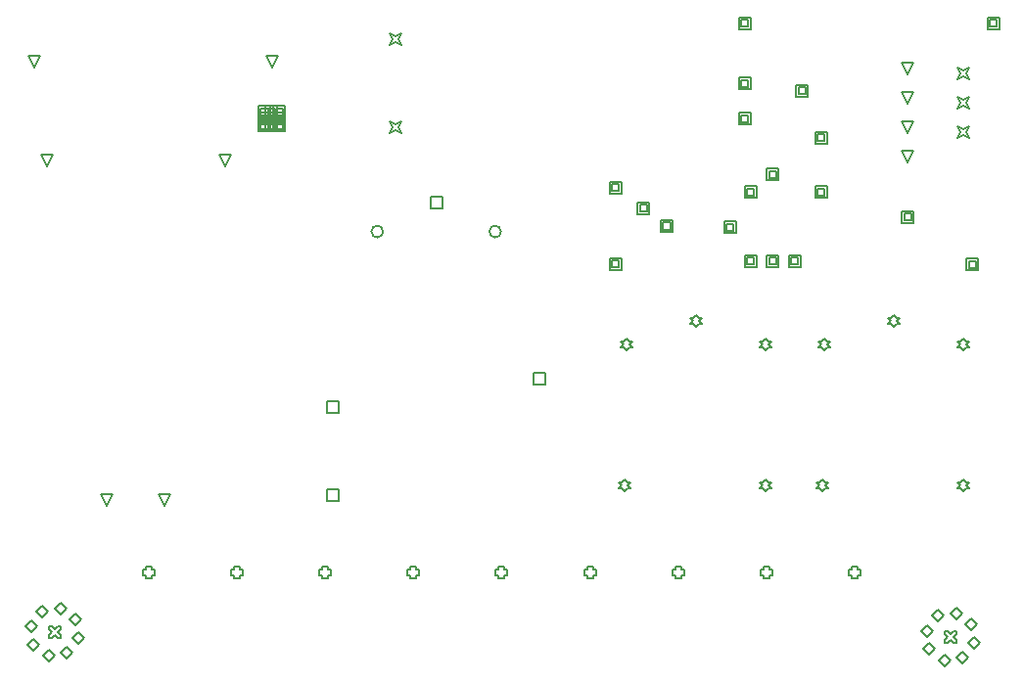
<source format=gbr>
G04*
G04 #@! TF.GenerationSoftware,Altium Limited,Altium Designer,25.0.2 (28)*
G04*
G04 Layer_Color=2752767*
%FSTAX25Y25*%
%MOIN*%
G70*
G04*
G04 #@! TF.SameCoordinates,1D9F657F-D979-4B8D-A71A-BEDC461EC683*
G04*
G04*
G04 #@! TF.FilePolarity,Positive*
G04*
G01*
G75*
%ADD11C,0.00500*%
%ADD78C,0.00667*%
D11*
X0133059Y0233492D02*
X0134059Y0235492D01*
X0133059Y0237492D01*
X0135059Y0236492D01*
X0137059Y0237492D01*
X0136059Y0235492D01*
X0137059Y0233492D01*
X0135059Y0234492D01*
X0133059Y0233492D01*
Y0203571D02*
X0134059Y0205571D01*
X0133059Y0207571D01*
X0135059Y0206571D01*
X0137059Y0207571D01*
X0136059Y0205571D01*
X0137059Y0203571D01*
X0135059Y0204571D01*
X0133059Y0203571D01*
X0050059Y0053031D02*
Y0052031D01*
X0052059D01*
Y0053031D01*
X0053059D01*
Y0055032D01*
X0052059D01*
Y0056032D01*
X0050059D01*
Y0055032D01*
X0049059D01*
Y0053031D01*
X0050059D01*
X0080059D02*
Y0052031D01*
X0082059D01*
Y0053031D01*
X0083059D01*
Y0055032D01*
X0082059D01*
Y0056032D01*
X0080059D01*
Y0055032D01*
X0079059D01*
Y0053031D01*
X0080059D01*
X0110059D02*
Y0052031D01*
X0112059D01*
Y0053031D01*
X0113059D01*
Y0055032D01*
X0112059D01*
Y0056032D01*
X0110059D01*
Y0055032D01*
X0109059D01*
Y0053031D01*
X0110059D01*
X0140059D02*
Y0052031D01*
X0142059D01*
Y0053031D01*
X0143059D01*
Y0055032D01*
X0142059D01*
Y0056032D01*
X0140059D01*
Y0055032D01*
X0139059D01*
Y0053031D01*
X0140059D01*
X0170059D02*
Y0052031D01*
X0172059D01*
Y0053031D01*
X0173059D01*
Y0055032D01*
X0172059D01*
Y0056032D01*
X0170059D01*
Y0055032D01*
X0169059D01*
Y0053031D01*
X0170059D01*
X0200559D02*
Y0052031D01*
X0202559D01*
Y0053031D01*
X0203559D01*
Y0055032D01*
X0202559D01*
Y0056032D01*
X0200559D01*
Y0055032D01*
X0199559D01*
Y0053031D01*
X0200559D01*
X0230559D02*
Y0052031D01*
X0232559D01*
Y0053031D01*
X0233559D01*
Y0055032D01*
X0232559D01*
Y0056032D01*
X0230559D01*
Y0055032D01*
X0229559D01*
Y0053031D01*
X0230559D01*
X0260559D02*
Y0052031D01*
X0262559D01*
Y0053031D01*
X0263559D01*
Y0055032D01*
X0262559D01*
Y0056032D01*
X0260559D01*
Y0055032D01*
X0259559D01*
Y0053031D01*
X0260559D01*
X0290559D02*
Y0052031D01*
X0292559D01*
Y0053031D01*
X0293559D01*
Y0055032D01*
X0292559D01*
Y0056032D01*
X0290559D01*
Y0055032D01*
X0289559D01*
Y0053031D01*
X0290559D01*
X0036874Y0076531D02*
X0034874Y0080532D01*
X0038874D01*
X0036874Y0076531D01*
X0056559D02*
X0054559Y0080532D01*
X0058559D01*
X0056559Y0076531D01*
X0016402Y019228D02*
X0014402Y019628D01*
X0018402D01*
X0016402Y019228D01*
X0077031D02*
X0075032Y019628D01*
X0079031D01*
X0077031Y019228D01*
X011198Y0078268D02*
Y0082268D01*
X011598D01*
Y0078268D01*
X011198D01*
X0182059Y0118032D02*
Y0122031D01*
X0186059D01*
Y0118032D01*
X0182059D01*
X011198Y0108189D02*
Y0112189D01*
X011598D01*
Y0108189D01*
X011198D01*
X014702Y0177874D02*
Y0181874D01*
X015102D01*
Y0177874D01*
X014702D01*
X0309559Y0193532D02*
X0307559Y0197531D01*
X0311559D01*
X0309559Y0193532D01*
Y0203532D02*
X0307559Y0207531D01*
X0311559D01*
X0309559Y0203532D01*
Y0223532D02*
X0307559Y0227532D01*
X0311559D01*
X0309559Y0223532D01*
Y0213531D02*
X0307559Y0217531D01*
X0311559D01*
X0309559Y0213531D01*
X0012008Y0226031D02*
X0010008Y0230031D01*
X0014008D01*
X0012008Y0226031D01*
X009311D02*
X009111Y0230031D01*
X009511D01*
X009311Y0226031D01*
X0237437Y0137437D02*
X0238437Y0138437D01*
X0239437D01*
X0238437Y0139437D01*
X0239437Y0140437D01*
X0238437D01*
X0237437Y0141437D01*
X0236437Y0140437D01*
X0235437D01*
X0236437Y0139437D01*
X0235437Y0138437D01*
X0236437D01*
X0237437Y0137437D01*
X0261059Y0081532D02*
X0262059Y0082531D01*
X0263059D01*
X0262059Y0083531D01*
X0263059Y0084531D01*
X0262059D01*
X0261059Y0085532D01*
X0260059Y0084531D01*
X0259059D01*
X0260059Y0083531D01*
X0259059Y0082531D01*
X0260059D01*
X0261059Y0081532D01*
X0213059Y0081532D02*
X0214059Y0082531D01*
X0215059D01*
X0214059Y0083531D01*
X0215059Y0084531D01*
X0214059D01*
X0213059Y0085532D01*
X0212059Y0084531D01*
X0211059D01*
X0212059Y0083531D01*
X0211059Y0082531D01*
X0212059D01*
X0213059Y0081532D01*
X0261059Y0129563D02*
X0262059Y0130563D01*
X0263059D01*
X0262059Y0131563D01*
X0263059Y0132563D01*
X0262059D01*
X0261059Y0133563D01*
X0260059Y0132563D01*
X0259059D01*
X0260059Y0131563D01*
X0259059Y0130563D01*
X0260059D01*
X0261059Y0129563D01*
X0213815D02*
X0214815Y0130563D01*
X0215815D01*
X0214815Y0131563D01*
X0215815Y0132563D01*
X0214815D01*
X0213815Y0133563D01*
X0212815Y0132563D01*
X0211815D01*
X0212815Y0131563D01*
X0211815Y0130563D01*
X0212815D01*
X0213815Y0129563D01*
X0304937Y0137437D02*
X0305937Y0138437D01*
X0306937D01*
X0305937Y0139437D01*
X0306937Y0140437D01*
X0305937D01*
X0304937Y0141437D01*
X0303937Y0140437D01*
X0302937D01*
X0303937Y0139437D01*
X0302937Y0138437D01*
X0303937D01*
X0304937Y0137437D01*
X0328559Y0081532D02*
X0329559Y0082531D01*
X0330559D01*
X0329559Y0083531D01*
X0330559Y0084531D01*
X0329559D01*
X0328559Y0085532D01*
X0327559Y0084531D01*
X0326559D01*
X0327559Y0083531D01*
X0326559Y0082531D01*
X0327559D01*
X0328559Y0081532D01*
X0280559D02*
X0281559Y0082531D01*
X0282559D01*
X0281559Y0083531D01*
X0282559Y0084531D01*
X0281559D01*
X0280559Y0085532D01*
X0279559Y0084531D01*
X0278559D01*
X0279559Y0083531D01*
X0278559Y0082531D01*
X0279559D01*
X0280559Y0081532D01*
X0328559Y0129563D02*
X0329559Y0130563D01*
X0330559D01*
X0329559Y0131563D01*
X0330559Y0132563D01*
X0329559D01*
X0328559Y0133563D01*
X0327559Y0132563D01*
X0326559D01*
X0327559Y0131563D01*
X0326559Y0130563D01*
X0327559D01*
X0328559Y0129563D01*
X0281315D02*
X0282315Y0130563D01*
X0283315D01*
X0282315Y0131563D01*
X0283315Y0132563D01*
X0282315D01*
X0281315Y0133563D01*
X0280315Y0132563D01*
X0279315D01*
X0280315Y0131563D01*
X0279315Y0130563D01*
X0280315D01*
X0281315Y0129563D01*
X0322008Y0030033D02*
X0323008D01*
X0324008Y0031033D01*
X0325008Y0030033D01*
X0326008D01*
Y0031033D01*
X0325008Y0032033D01*
X0326008Y0033033D01*
Y0034033D01*
X0325008D01*
X0324008Y0033033D01*
X0323008Y0034033D01*
X0322008D01*
Y0033033D01*
X0323008Y0032033D01*
X0322008Y0031033D01*
Y0030033D01*
X0330008D02*
X0332008Y0032033D01*
X0334008Y0030033D01*
X0332008Y0028033D01*
X0330008Y0030033D01*
X0329079Y0036275D02*
X0331079Y0038275D01*
X0333079Y0036275D01*
X0331079Y0034275D01*
X0329079Y0036275D01*
X0324008Y0040033D02*
X0326008Y0042033D01*
X0328008Y0040033D01*
X0326008Y0038033D01*
X0324008Y0040033D01*
X0317765Y0039104D02*
X0319765Y0041104D01*
X0321765Y0039104D01*
X0319765Y0037104D01*
X0317765Y0039104D01*
X0314008Y0034033D02*
X0316008Y0036033D01*
X0318008Y0034033D01*
X0316008Y0032033D01*
X0314008Y0034033D01*
X0314937Y002779D02*
X0316937Y002979D01*
X0318937Y002779D01*
X0316937Y002579D01*
X0314937Y002779D01*
X0320008Y0024033D02*
X0322008Y0026033D01*
X0324008Y0024033D01*
X0322008Y0022033D01*
X0320008Y0024033D01*
X0326251Y0024962D02*
X0328251Y0026962D01*
X0330251Y0024962D01*
X0328251Y0022962D01*
X0326251Y0024962D01*
X0326559Y0222031D02*
X0327559Y0224031D01*
X0326559Y0226031D01*
X0328559Y0225031D01*
X0330559Y0226031D01*
X0329559Y0224031D01*
X0330559Y0222031D01*
X0328559Y0223031D01*
X0326559Y0222031D01*
Y0212032D02*
X0327559Y0214032D01*
X0326559Y0216032D01*
X0328559Y0215032D01*
X0330559Y0216032D01*
X0329559Y0214032D01*
X0330559Y0212032D01*
X0328559Y0213032D01*
X0326559Y0212032D01*
Y0202031D02*
X0327559Y0204031D01*
X0326559Y0206031D01*
X0328559Y0205031D01*
X0330559Y0206031D01*
X0329559Y0204031D01*
X0330559Y0202031D01*
X0328559Y0203031D01*
X0326559Y0202031D01*
X0017059Y0031532D02*
X0018059D01*
X0019059Y0032531D01*
X0020059Y0031532D01*
X0021059D01*
Y0032531D01*
X0020059Y0033531D01*
X0021059Y0034532D01*
Y0035531D01*
X0020059D01*
X0019059Y0034532D01*
X0018059Y0035531D01*
X0017059D01*
Y0034532D01*
X0018059Y0033531D01*
X0017059Y0032531D01*
Y0031532D01*
X0025059D02*
X0027059Y0033531D01*
X0029059Y0031532D01*
X0027059Y0029531D01*
X0025059Y0031532D01*
X002413Y0037774D02*
X002613Y0039774D01*
X002813Y0037774D01*
X002613Y0035774D01*
X002413Y0037774D01*
X0019059Y0041532D02*
X0021059Y0043532D01*
X0023059Y0041532D01*
X0021059Y0039531D01*
X0019059Y0041532D01*
X0012816Y0040603D02*
X0014816Y0042603D01*
X0016816Y0040603D01*
X0014816Y0038603D01*
X0012816Y0040603D01*
X0009059Y0035531D02*
X0011059Y0037532D01*
X0013059Y0035531D01*
X0011059Y0033531D01*
X0009059Y0035531D01*
X0009988Y0029289D02*
X0011988Y0031289D01*
X0013988Y0029289D01*
X0011988Y0027289D01*
X0009988Y0029289D01*
X0015059Y0025532D02*
X0017059Y0027531D01*
X0019059Y0025532D01*
X0017059Y0023531D01*
X0015059Y0025532D01*
X0021302Y002646D02*
X0023302Y002846D01*
X0025302Y002646D01*
X0023302Y002446D01*
X0021302Y002646D01*
X008848Y0204272D02*
Y0208272D01*
X009248D01*
Y0204272D01*
X008848D01*
X008928Y0205072D02*
Y0207472D01*
X009168D01*
Y0205072D01*
X008928D01*
X0093559Y0204272D02*
Y0208272D01*
X0097559D01*
Y0204272D01*
X0093559D01*
X0094359Y0205072D02*
Y0207472D01*
X0096759D01*
Y0205072D01*
X0094359D01*
X009098Y0206532D02*
Y0210531D01*
X009498D01*
Y0206532D01*
X009098D01*
X009178Y0207331D02*
Y0209732D01*
X009418D01*
Y0207331D01*
X009178D01*
X0093559Y0208794D02*
Y0212794D01*
X0097559D01*
Y0208794D01*
X0093559D01*
X0094359Y0209594D02*
Y0211995D01*
X0096759D01*
Y0209594D01*
X0094359D01*
X0093559Y0206532D02*
Y0210531D01*
X0097559D01*
Y0206532D01*
X0093559D01*
X0094359Y0207331D02*
Y0209732D01*
X0096759D01*
Y0207331D01*
X0094359D01*
X009098Y0204272D02*
Y0208272D01*
X009498D01*
Y0204272D01*
X009098D01*
X009178Y0205072D02*
Y0207472D01*
X009418D01*
Y0205072D01*
X009178D01*
X008848Y0206532D02*
Y0210531D01*
X009248D01*
Y0206532D01*
X008848D01*
X008928Y0207331D02*
Y0209732D01*
X009168D01*
Y0207331D01*
X008928D01*
X008848Y0208794D02*
Y0212794D01*
X009248D01*
Y0208794D01*
X008848D01*
X008928Y0209594D02*
Y0211995D01*
X009168D01*
Y0209594D01*
X008928D01*
X009098Y0208794D02*
Y0212794D01*
X009498D01*
Y0208794D01*
X009098D01*
X009178Y0209594D02*
Y0211995D01*
X009418D01*
Y0209594D01*
X009178D01*
X0254059Y0181532D02*
Y0185531D01*
X0258059D01*
Y0181532D01*
X0254059D01*
X0254859Y0182332D02*
Y0184731D01*
X0257259D01*
Y0182332D01*
X0254859D01*
X0269059Y0158031D02*
Y0162031D01*
X0273059D01*
Y0158031D01*
X0269059D01*
X0269859Y0158832D02*
Y0161232D01*
X0272259D01*
Y0158832D01*
X0269859D01*
X0261559Y0158031D02*
Y0162031D01*
X0265559D01*
Y0158031D01*
X0261559D01*
X0262359Y0158832D02*
Y0161232D01*
X0264759D01*
Y0158832D01*
X0262359D01*
X0254059Y0158031D02*
Y0162031D01*
X0258059D01*
Y0158031D01*
X0254059D01*
X0254859Y0158832D02*
Y0161232D01*
X0257259D01*
Y0158832D01*
X0254859D01*
X0261559Y0187531D02*
Y0191532D01*
X0265559D01*
Y0187531D01*
X0261559D01*
X0262359Y0188331D02*
Y0190732D01*
X0264759D01*
Y0188331D01*
X0262359D01*
X0278059Y0181532D02*
Y0185531D01*
X0282059D01*
Y0181532D01*
X0278059D01*
X0278859Y0182332D02*
Y0184731D01*
X0281259D01*
Y0182332D01*
X0278859D01*
X0329648Y0156821D02*
Y0160821D01*
X0333648D01*
Y0156821D01*
X0329648D01*
X0330448Y0157621D02*
Y0160021D01*
X0332848D01*
Y0157621D01*
X0330448D01*
X0208059Y0183031D02*
Y0187031D01*
X0212059D01*
Y0183031D01*
X0208059D01*
X0208859Y0183832D02*
Y0186232D01*
X0211259D01*
Y0183832D01*
X0208859D01*
X0208059Y0157032D02*
Y0161031D01*
X0212059D01*
Y0157032D01*
X0208059D01*
X0208859Y0157832D02*
Y0160231D01*
X0211259D01*
Y0157832D01*
X0208859D01*
X0278047Y0200019D02*
Y0204019D01*
X0282047D01*
Y0200019D01*
X0278047D01*
X0278847Y0200819D02*
Y0203219D01*
X0281247D01*
Y0200819D01*
X0278847D01*
X0217559Y0176031D02*
Y0180032D01*
X0221559D01*
Y0176031D01*
X0217559D01*
X0218359Y0176831D02*
Y0179232D01*
X0220759D01*
Y0176831D01*
X0218359D01*
X0271559Y0216032D02*
Y0220031D01*
X0275559D01*
Y0216032D01*
X0271559D01*
X0272359Y0216831D02*
Y0219232D01*
X0274759D01*
Y0216831D01*
X0272359D01*
X0336764Y0239066D02*
Y0243066D01*
X0340764D01*
Y0239066D01*
X0336764D01*
X0337564Y0239866D02*
Y0242266D01*
X0339964D01*
Y0239866D01*
X0337564D01*
X0252059Y0239032D02*
Y0243032D01*
X0256059D01*
Y0239032D01*
X0252059D01*
X0252859Y0239831D02*
Y0242231D01*
X0255259D01*
Y0239831D01*
X0252859D01*
X0252059Y0218531D02*
Y0222532D01*
X0256059D01*
Y0218531D01*
X0252059D01*
X0252859Y0219332D02*
Y0221731D01*
X0255259D01*
Y0219332D01*
X0252859D01*
X0252059Y0206532D02*
Y0210531D01*
X0256059D01*
Y0206532D01*
X0252059D01*
X0252859Y0207331D02*
Y0209732D01*
X0255259D01*
Y0207331D01*
X0252859D01*
X0307559Y0173031D02*
Y0177032D01*
X0311559D01*
Y0173031D01*
X0307559D01*
X0308359Y0173831D02*
Y0176232D01*
X0310759D01*
Y0173831D01*
X0308359D01*
X0225493Y0169922D02*
Y0173922D01*
X0229493D01*
Y0169922D01*
X0225493D01*
X0226293Y0170722D02*
Y0173122D01*
X0228693D01*
Y0170722D01*
X0226293D01*
X0247059Y0169532D02*
Y0173531D01*
X0251059D01*
Y0169532D01*
X0247059D01*
X0247859Y0170332D02*
Y0172731D01*
X0250259D01*
Y0170332D01*
X0247859D01*
D78*
X0130941Y0170031D02*
G03*
X0130941Y0170031I-0002J0D01*
G01*
X0171098D02*
G03*
X0171098Y0170031I-0002J0D01*
G01*
M02*

</source>
